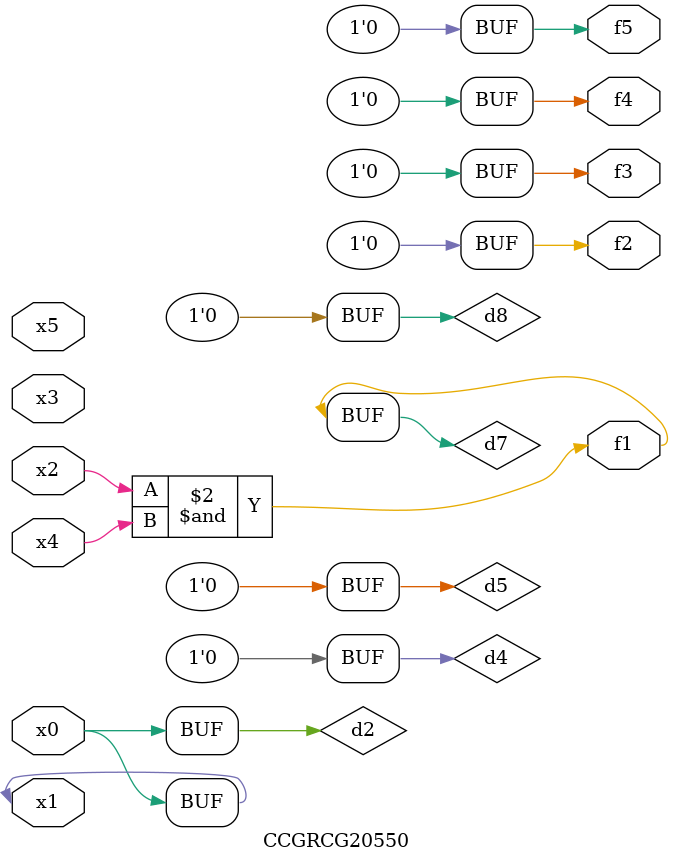
<source format=v>
module CCGRCG20550(
	input x0, x1, x2, x3, x4, x5,
	output f1, f2, f3, f4, f5
);

	wire d1, d2, d3, d4, d5, d6, d7, d8, d9;

	nand (d1, x1);
	buf (d2, x0, x1);
	nand (d3, x2, x4);
	and (d4, d1, d2);
	and (d5, d1, d2);
	nand (d6, d1, d3);
	not (d7, d3);
	xor (d8, d5);
	nor (d9, d5, d6);
	assign f1 = d7;
	assign f2 = d8;
	assign f3 = d8;
	assign f4 = d8;
	assign f5 = d8;
endmodule

</source>
